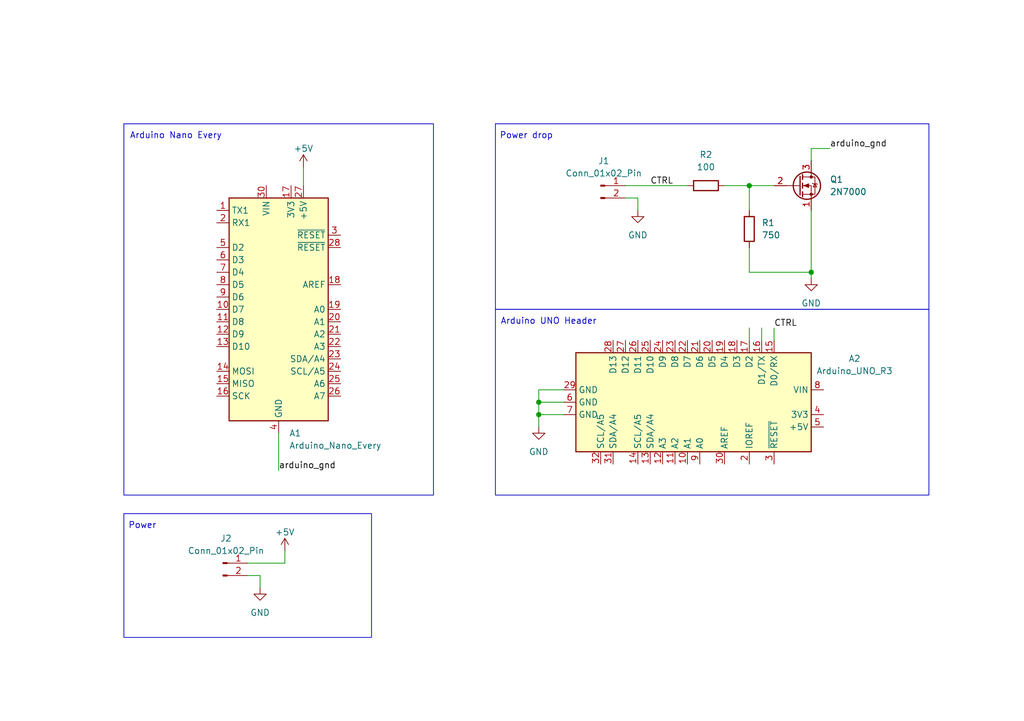
<source format=kicad_sch>
(kicad_sch (version 20250114) (generator "eeschema") (generator_version "9.0")
  (paper "A5")
  (title_block (title "IIK4100 Fault Injection Project") (date "2025-03-16") (rev "A"))
  (lib_symbols
    (symbol "Connector:Conn_01x02_Pin" (pin_names (offset 1.016) (hide yes))
      (property "Reference" "J" (at 0 2.54 0))
      (property "Value" "Conn_01x02_Pin" (at 0 -5.08 0))
      (symbol "Conn_01x02_Pin_1_1"
        (rectangle (start 0.8636 0.127) (end 0 -0.127) (stroke (width 0.1524)) (fill (type outline)))
        (rectangle (start 0.8636 -2.413) (end 0 -2.667) (stroke (width 0.1524)) (fill (type outline)))
        (polyline (pts (xy 1.27 0) (xy 0.8636 0)) (stroke (width 0.1524)))
        (polyline (pts (xy 1.27 -2.54) (xy 0.8636 -2.54)) (stroke (width 0.1524)))
        (pin passive line (at 5.08 0 180) (length 3.81) (name "Pin_1") (number "1"))
        (pin passive line (at 5.08 -2.54 180) (length 3.81) (name "Pin_2") (number "2"))
      )
    )
    (symbol "Device:R" (pin_numbers (hide yes)) (pin_names (offset 0))
      (property "Reference" "R" (at 2.032 0 90))
      (property "Value" "R" (at 0 0 90))
      (symbol "R_0_1"
        (rectangle (start -1.016 -2.54) (end 1.016 2.54) (stroke (width 0.254)))
      )
      (symbol "R_1_1"
        (pin passive line (at 0 3.81 270) (length 1.27) (name "~") (number "1"))
        (pin passive line (at 0 -3.81 90) (length 1.27) (name "~") (number "2"))
      )
    )
    (symbol "MCU_Module:Arduino_Nano_Every"
      (property "Reference" "A" (at -10.16 23.495 0))
      (property "Value" "Arduino_Nano_Every" (at 5.08 -24.13 0))
      (symbol "Arduino_Nano_Every_0_1"
        (rectangle (start -10.16 22.86) (end 10.16 -22.86) (stroke (width 0.254)) (fill (type background)))
      )
      (symbol "Arduino_Nano_Every_1_1"
        (pin bidirectional line (at -12.7 20.32 0) (length 2.54) (name "TX1") (number "1"))
        (pin bidirectional line (at -12.7 17.78 0) (length 2.54) (name "RX1") (number "2"))
        (pin bidirectional line (at -12.7 12.7 0) (length 2.54) (name "D2") (number "5"))
        (pin bidirectional line (at -12.7 10.16 0) (length 2.54) (name "D3") (number "6"))
        (pin bidirectional line (at -12.7 7.62 0) (length 2.54) (name "D4") (number "7"))
        (pin bidirectional line (at -12.7 5.08 0) (length 2.54) (name "D5") (number "8"))
        (pin bidirectional line (at -12.7 2.54 0) (length 2.54) (name "D6") (number "9"))
        (pin bidirectional line (at -12.7 0 0) (length 2.54) (name "D7") (number "10"))
        (pin bidirectional line (at -12.7 -2.54 0) (length 2.54) (name "D8") (number "11"))
        (pin bidirectional line (at -12.7 -5.08 0) (length 2.54) (name "D9") (number "12"))
        (pin bidirectional line (at -12.7 -7.62 0) (length 2.54) (name "D10") (number "13"))
        (pin bidirectional line (at -12.7 -12.7 0) (length 2.54) (name "MOSI") (number "14"))
        (pin bidirectional line (at -12.7 -15.24 0) (length 2.54) (name "MISO") (number "15"))
        (pin bidirectional line (at -12.7 -17.78 0) (length 2.54) (name "SCK") (number "16"))
        (pin power_in line (at -2.54 25.4 270) (length 2.54) (name "VIN") (number "30"))
        (pin passive line (at 0 -25.4 90) (length 2.54) (hide yes) (name "GND") (number "29"))
        (pin power_in line (at 0 -25.4 90) (length 2.54) (name "GND") (number "4"))
        (pin power_out line (at 2.54 25.4 270) (length 2.54) (name "3V3") (number "17"))
        (pin power_out line (at 5.08 25.4 270) (length 2.54) (name "+5V") (number "27"))
        (pin input line (at 12.7 15.24 180) (length 2.54) (name "~{RESET}") (number "3"))
        (pin input line (at 12.7 12.7 180) (length 2.54) (name "~{RESET}") (number "28"))
        (pin input line (at 12.7 5.08 180) (length 2.54) (name "AREF") (number "18"))
        (pin bidirectional line (at 12.7 0 180) (length 2.54) (name "A0") (number "19"))
        (pin bidirectional line (at 12.7 -2.54 180) (length 2.54) (name "A1") (number "20"))
        (pin bidirectional line (at 12.7 -5.08 180) (length 2.54) (name "A2") (number "21"))
        (pin bidirectional line (at 12.7 -7.62 180) (length 2.54) (name "A3") (number "22"))
        (pin bidirectional line (at 12.7 -10.16 180) (length 2.54) (name "SDA/A4") (number "23"))
        (pin bidirectional line (at 12.7 -12.7 180) (length 2.54) (name "SCL/A5") (number "24"))
        (pin bidirectional line (at 12.7 -15.24 180) (length 2.54) (name "A6") (number "25"))
        (pin bidirectional line (at 12.7 -17.78 180) (length 2.54) (name "A7") (number "26"))
      )
    )
    (symbol "MCU_Module:Arduino_UNO_R3"
      (property "Reference" "A" (at -10.16 23.495 0))
      (property "Value" "Arduino_UNO_R3" (at 5.08 -26.67 0))
      (symbol "Arduino_UNO_R3_0_1"
        (rectangle (start -10.16 22.86) (end 10.16 -25.4) (stroke (width 0.254)) (fill (type background)))
      )
      (symbol "Arduino_UNO_R3_1_1"
        (pin bidirectional line (at -12.7 15.24 0) (length 2.54) (name "D0/RX") (number "15"))
        (pin bidirectional line (at -12.7 12.7 0) (length 2.54) (name "D1/TX") (number "16"))
        (pin bidirectional line (at -12.7 10.16 0) (length 2.54) (name "D2") (number "17"))
        (pin bidirectional line (at -12.7 7.62 0) (length 2.54) (name "D3") (number "18"))
        (pin bidirectional line (at -12.7 5.08 0) (length 2.54) (name "D4") (number "19"))
        (pin bidirectional line (at -12.7 2.54 0) (length 2.54) (name "D5") (number "20"))
        (pin bidirectional line (at -12.7 0 0) (length 2.54) (name "D6") (number "21"))
        (pin bidirectional line (at -12.7 -2.54 0) (length 2.54) (name "D7") (number "22"))
        (pin bidirectional line (at -12.7 -5.08 0) (length 2.54) (name "D8") (number "23"))
        (pin bidirectional line (at -12.7 -7.62 0) (length 2.54) (name "D9") (number "24"))
        (pin bidirectional line (at -12.7 -10.16 0) (length 2.54) (name "D10") (number "25"))
        (pin bidirectional line (at -12.7 -12.7 0) (length 2.54) (name "D11") (number "26"))
        (pin bidirectional line (at -12.7 -15.24 0) (length 2.54) (name "D12") (number "27"))
        (pin bidirectional line (at -12.7 -17.78 0) (length 2.54) (name "D13") (number "28"))
        (pin no_connect line (at -10.16 -20.32 0) (length 2.54) (hide yes) (name "NC") (number "1"))
        (pin power_in line (at -2.54 25.4 270) (length 2.54) (name "VIN") (number "8"))
        (pin power_in line (at -2.54 -27.94 90) (length 2.54) (name "GND") (number "29"))
        (pin power_in line (at 0 -27.94 90) (length 2.54) (name "GND") (number "6"))
        (pin power_out line (at 2.54 25.4 270) (length 2.54) (name "3V3") (number "4"))
        (pin power_in line (at 2.54 -27.94 90) (length 2.54) (name "GND") (number "7"))
        (pin power_out line (at 5.08 25.4 270) (length 2.54) (name "+5V") (number "5"))
        (pin input line (at 12.7 15.24 180) (length 2.54) (name "~{RESET}") (number "3"))
        (pin output line (at 12.7 10.16 180) (length 2.54) (name "IOREF") (number "2"))
        (pin input line (at 12.7 5.08 180) (length 2.54) (name "AREF") (number "30"))
        (pin bidirectional line (at 12.7 0 180) (length 2.54) (name "A0") (number "9"))
        (pin bidirectional line (at 12.7 -2.54 180) (length 2.54) (name "A1") (number "10"))
        (pin bidirectional line (at 12.7 -5.08 180) (length 2.54) (name "A2") (number "11"))
        (pin bidirectional line (at 12.7 -7.62 180) (length 2.54) (name "A3") (number "12"))
        (pin bidirectional line (at 12.7 -10.16 180) (length 2.54) (name "SDA/A4") (number "13"))
        (pin bidirectional line (at 12.7 -12.7 180) (length 2.54) (name "SCL/A5") (number "14"))
        (pin bidirectional line (at 12.7 -17.78 180) (length 2.54) (name "SDA/A4") (number "31"))
        (pin bidirectional line (at 12.7 -20.32 180) (length 2.54) (name "SCL/A5") (number "32"))
      )
    )
    (symbol "Transistor_FET:2N7000" (pin_names (hide yes))
      (property "Reference" "Q" (at 5.08 1.905 0))
      (property "Value" "2N7000" (at 5.08 0 0))
      (symbol "2N7000_0_1"
        (polyline (pts (xy 0.254 1.905) (xy 0.254 -1.905)) (stroke (width 0.254)))
        (polyline (pts (xy 0.254 0) (xy -2.54 0)))
        (polyline (pts (xy 0.762 2.286) (xy 0.762 1.27)) (stroke (width 0.254)))
        (polyline (pts (xy 0.762 0.508) (xy 0.762 -0.508)) (stroke (width 0.254)))
        (polyline (pts (xy 0.762 -1.27) (xy 0.762 -2.286)) (stroke (width 0.254)))
        (polyline (pts (xy 0.762 -1.778) (xy 3.302 -1.778) (xy 3.302 1.778) (xy 0.762 1.778)))
        (polyline (pts (xy 1.016 0) (xy 2.032 0.381) (xy 2.032 -0.381) (xy 1.016 0)) (fill (type outline)))
        (circle (center 1.651 0) (radius 2.794) (stroke (width 0.254)))
        (polyline (pts (xy 2.54 2.54) (xy 2.54 1.778)))
        (circle (center 2.54 1.778) (radius 0.254) (fill (type outline)))
        (circle (center 2.54 -1.778) (radius 0.254) (fill (type outline)))
        (polyline (pts (xy 2.54 -2.54) (xy 2.54 0) (xy 0.762 0)))
        (polyline (pts (xy 2.794 0.508) (xy 2.921 0.381) (xy 3.683 0.381) (xy 3.81 0.254)))
        (polyline (pts (xy 3.302 0.381) (xy 2.921 -0.254) (xy 3.683 -0.254) (xy 3.302 0.381)))
      )
      (symbol "2N7000_1_1"
        (pin input line (at -5.08 0 0) (length 2.54) (name "G") (number "2"))
        (pin passive line (at 2.54 5.08 270) (length 2.54) (name "D") (number "3"))
        (pin passive line (at 2.54 -5.08 90) (length 2.54) (name "S") (number "1"))
      )
    )
    (symbol "power:+5V" (power) (pin_numbers (hide yes)) (pin_names (offset 0) (hide yes))
      (property "Value" "+5V" (at 0 3.556 0))
      (symbol "+5V_0_1"
        (polyline (pts (xy -0.762 1.27) (xy 0 2.54)))
        (polyline (pts (xy 0 2.54) (xy 0.762 1.27)))
        (polyline (pts (xy 0 0) (xy 0 2.54)))
      )
      (symbol "+5V_1_1"
        (pin power_in line (at 0 0 90) (length 0) (name "~") (number "1"))
      )
    )
    (symbol "power:GND" (power) (pin_numbers (hide yes)) (pin_names (offset 0) (hide yes))
      (property "Value" "GND" (at 0 -3.81 0))
      (symbol "GND_0_1"
        (polyline (pts (xy 0 0) (xy 0 -1.27) (xy 1.27 -1.27) (xy 0 -2.54) (xy -1.27 -1.27) (xy 0 -1.27)))
      )
      (symbol "GND_1_1"
        (pin power_in line (at 0 0 270) (length 0) (name "~") (number "1"))
      )
    )
  )
  (rectangle (start 25.4 25.4) (end 88.9 101.6))
  (rectangle (start 101.6 25.4) (end 190.5 63.5))
  (rectangle (start 101.6 63.5) (end 190.5 101.6))
  (rectangle (start 25.4 105.41) (end 76.2 130.81))
  (text "Arduino UNO Header" (at 112.522 66.04 0) (effects (font (size 1.27 1.27))))
  (text "Arduino Nano Every" (at 36.068 27.94 0) (effects (font (size 1.27 1.27))))
  (text "Power drop" (at 107.95 27.94 0) (effects (font (size 1.27 1.27))))
  (text "Power" (at 29.21 107.95 0) (effects (font (size 1.27 1.27))))
  (junction (at 153.67 38.1))
  (junction (at 110.49 82.55))
  (junction (at 110.49 85.09))
  (junction (at 166.37 55.88))
  (wire (pts (xy 153.67 38.1) (xy 158.75 38.1)))
  (wire (pts (xy 62.23 34.29) (xy 62.23 38.1)))
  (wire (pts (xy 156.21 67.31) (xy 156.21 69.85)))
  (wire (pts (xy 166.37 55.88) (xy 153.67 55.88)))
  (wire (pts (xy 115.57 82.55) (xy 110.49 82.55)))
  (wire (pts (xy 158.75 67.31) (xy 158.75 69.85)))
  (wire (pts (xy 53.34 118.11) (xy 53.34 120.65)))
  (wire (pts (xy 166.37 30.48) (xy 170.18 30.48)))
  (wire (pts (xy 110.49 85.09) (xy 110.49 82.55)))
  (wire (pts (xy 166.37 33.02) (xy 166.37 30.48)))
  (wire (pts (xy 153.67 38.1) (xy 153.67 43.18)))
  (wire (pts (xy 130.81 40.64) (xy 128.27 40.64)))
  (wire (pts (xy 110.49 85.09) (xy 110.49 87.63)))
  (wire (pts (xy 166.37 57.15) (xy 166.37 55.88)))
  (wire (pts (xy 50.8 118.11) (xy 53.34 118.11)))
  (wire (pts (xy 166.37 43.18) (xy 166.37 55.88)))
  (wire (pts (xy 153.67 67.31) (xy 153.67 69.85)))
  (wire (pts (xy 128.27 38.1) (xy 140.97 38.1)))
  (wire (pts (xy 153.67 50.8) (xy 153.67 55.88)))
  (wire (pts (xy 58.42 113.03) (xy 58.42 115.57)))
  (wire (pts (xy 110.49 82.55) (xy 110.49 80.01)))
  (wire (pts (xy 57.15 88.9) (xy 57.15 96.52)))
  (wire (pts (xy 130.81 40.64) (xy 130.81 43.18)))
  (wire (pts (xy 110.49 80.01) (xy 115.57 80.01)))
  (wire (pts (xy 50.8 115.57) (xy 58.42 115.57)))
  (wire (pts (xy 148.59 38.1) (xy 153.67 38.1)))
  (wire (pts (xy 115.57 85.09) (xy 110.49 85.09)))
  (label "arduino_gnd" (at 57.15 96.52 0) (effects (font (thickness 0.1588))))
  (label "arduino_gnd" (at 170.18 30.48 0))
  (label "CTRL" (at 133.35 38.1 0))
  (label "CTRL" (at 158.75 67.31 0))
  (symbol (lib_id "power:GND") (at 130.81 43.18 0) (unit 1)
    (property "Reference" "#PWR01" (effects (hide yes)))
    (property "Value" "GND" (at 130.81 48.26 0))
    (property "Description" "Power symbol creates a global label with name \"GND\" , ground" (effects (hide yes)))
  )
  (symbol (lib_id "Device:R") (at 144.78 38.1 90) (unit 1)
    (property "Reference" "R2" (at 144.78 31.75 90))
    (property "Value" "100" (at 144.78 34.29 90))
    (property "Footprint" "Resistor_SMD:R_0201_0603Metric_Pad0.64x0.40mm_HandSolder" (effects (hide yes)))
    (property "Description" "Resistor" (effects (hide yes)))
  )
  (symbol (lib_id "power:+5V") (at 58.42 113.03 0) (unit 1)
    (property "Reference" "#PWR05" (effects (hide yes)))
    (property "Value" "+5V" (at 58.42 109.22 0))
    (property "Description" "Power symbol creates a global label with name \"+5V\"" (effects (hide yes)))
  )
  (symbol (lib_id "MCU_Module:Arduino_UNO_R3") (at 143.51 82.55 270) (unit 1)
    (property "Reference" "A2" (at 175.26 73.5898 90))
    (property "Value" "Arduino_UNO_R3" (at 175.26 76.1298 90))
    (property "Footprint" "Module:Arduino_UNO_R3" (effects (hide yes)))
    (property "Datasheet" "https://www.arduino.cc/en/Main/arduinoBoardUno" (effects (hide yes)))
    (property "Description" "Arduino UNO Microcontroller Module, release 3" (effects (hide yes)))
  )
  (symbol (lib_id "Connector:Conn_01x02_Pin") (at 123.19 38.1 0) (unit 1)
    (property "Reference" "J1" (at 123.825 33.02 0))
    (property "Value" "Conn_01x02_Pin" (at 123.825 35.56 0))
    (property "Footprint" "Connector_PinHeader_2.54mm:PinHeader_1x02_P2.54mm_Vertical" (effects (hide yes)))
    (property "Description" "Generic connector, single row, 01x02, script generated" (effects (hide yes)))
  )
  (symbol (lib_id "power:GND") (at 166.37 57.15 0) (unit 1)
    (property "Reference" "#PWR03" (effects (hide yes)))
    (property "Value" "GND" (at 166.37 62.23 0))
    (property "Description" "Power symbol creates a global label with name \"GND\" , ground" (effects (hide yes)))
  )
  (symbol (lib_id "power:GND") (at 110.49 87.63 0) (unit 1)
    (property "Reference" "#PWR06" (effects (hide yes)))
    (property "Value" "GND" (at 110.49 92.71 0))
    (property "Description" "Power symbol creates a global label with name \"GND\" , ground" (effects (hide yes)))
  )
  (symbol (lib_id "Device:R") (at 153.67 46.99 0) (unit 1)
    (property "Reference" "R1" (at 156.21 45.7199 0) (effects (justify left)))
    (property "Value" "750" (at 156.21 48.2599 0) (effects (justify left)))
    (property "Footprint" "Resistor_SMD:R_0201_0603Metric_Pad0.64x0.40mm_HandSolder" (effects (hide yes)))
    (property "Description" "Resistor" (effects (hide yes)))
  )
  (symbol (lib_id "Transistor_FET:2N7000") (at 163.83 38.1 0) (unit 1)
    (property "Reference" "Q1" (at 170.18 36.8299 0) (effects (justify left)))
    (property "Value" "2N7000" (at 170.18 39.3699 0) (effects (justify left)))
    (property "Footprint" "Package_TO_SOT_THT:TO-92_Inline" (effects (hide yes)))
    (property "Datasheet" "https://www.vishay.com/docs/70226/70226.pdf" (effects (hide yes)))
    (property "Description" "0.2A Id, 200V Vds, N-Channel MOSFET, 2.6V Logic Level, TO-92" (effects (hide yes)))
  )
  (symbol (lib_id "Connector:Conn_01x02_Pin") (at 45.72 115.57 0) (unit 1)
    (property "Reference" "J2" (at 46.355 110.49 0))
    (property "Value" "Conn_01x02_Pin" (at 46.355 113.03 0))
    (property "Footprint" "Connector_PinHeader_2.54mm:PinHeader_1x02_P2.54mm_Vertical" (effects (hide yes)))
    (property "Description" "Generic connector, single row, 01x02, script generated" (effects (hide yes)))
  )
  (symbol (lib_id "MCU_Module:Arduino_Nano_Every") (at 57.15 63.5 0) (unit 1)
    (property "Reference" "A1" (at 59.2933 88.9 0) (effects (justify left)))
    (property "Value" "Arduino_Nano_Every" (at 59.2933 91.44 0) (effects (justify left)))
    (property "Footprint" "Module:Arduino_Nano" (effects (hide yes)))
    (property "Datasheet" "https://content.arduino.cc/assets/NANOEveryV3.0_sch.pdf" (effects (hide yes)))
    (property "Description" "Arduino Nano Every" (effects (hide yes)))
  )
  (symbol (lib_id "power:GND") (at 53.34 120.65 0) (unit 1)
    (property "Reference" "#PWR02" (effects (hide yes)))
    (property "Value" "GND" (at 53.34 125.73 0))
    (property "Description" "Power symbol creates a global label with name \"GND\" , ground" (effects (hide yes)))
  )
  (symbol (lib_id "power:+5V") (at 62.23 34.29 0) (unit 1)
    (property "Reference" "#PWR04" (effects (hide yes)))
    (property "Value" "+5V" (at 62.23 30.48 0))
    (property "Description" "Power symbol creates a global label with name \"+5V\"" (effects (hide yes)))
  )
)
</source>
